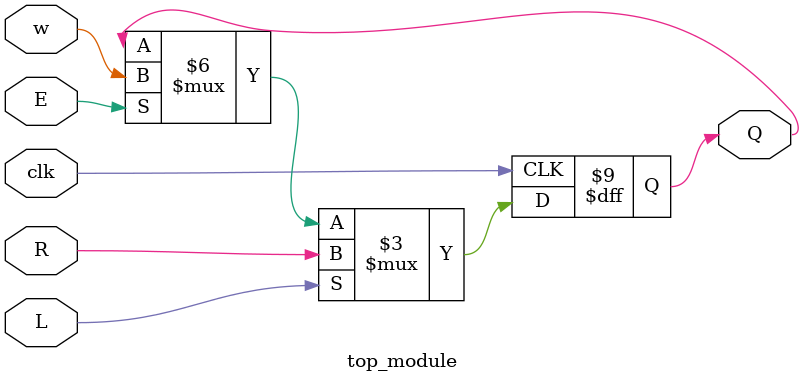
<source format=v>
 module top_module (
    input clk,
    input w, R, E, L,
    output Q
);

    wire w0, D;

    always @(posedge clk) begin
        if (E)
            w0 = w;
        else 
            w0 = Q;
        if (L)
            D = R;
        else
            D = w0;
        Q = D;
    end

endmodule

</source>
